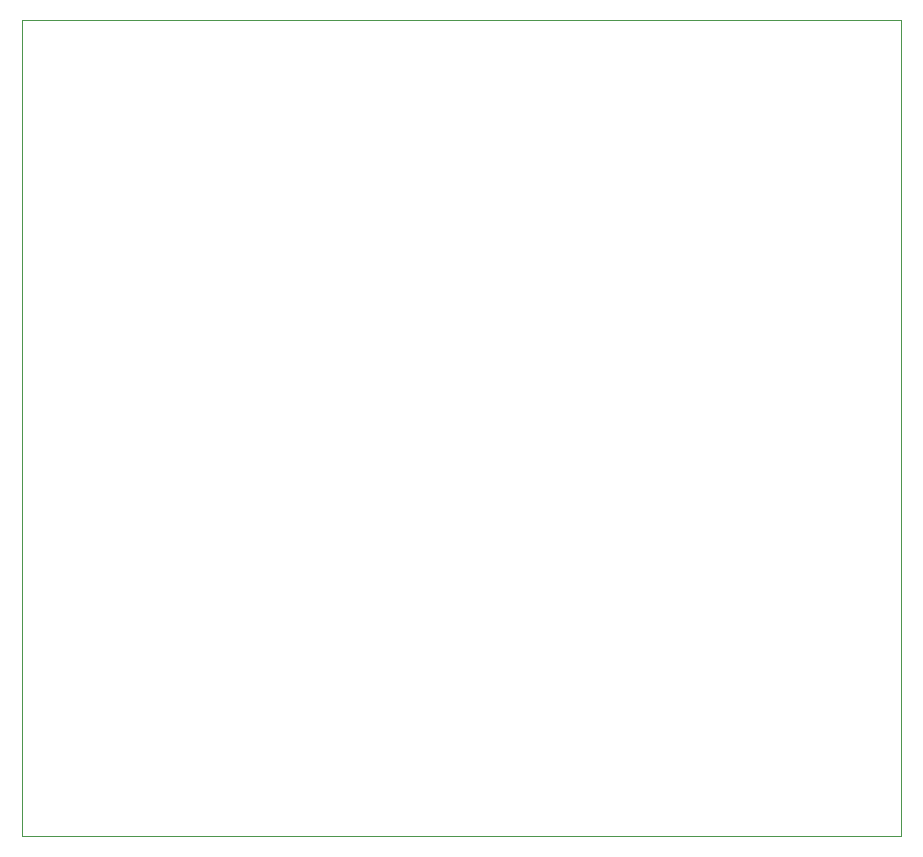
<source format=gbr>
%TF.GenerationSoftware,KiCad,Pcbnew,9.0.1-9.0.1-0~ubuntu24.04.1*%
%TF.CreationDate,2025-04-22T11:37:30+09:00*%
%TF.ProjectId,Scoppy_FrontEnd,53636f70-7079-45f4-9672-6f6e74456e64,rev?*%
%TF.SameCoordinates,Original*%
%TF.FileFunction,Profile,NP*%
%FSLAX46Y46*%
G04 Gerber Fmt 4.6, Leading zero omitted, Abs format (unit mm)*
G04 Created by KiCad (PCBNEW 9.0.1-9.0.1-0~ubuntu24.04.1) date 2025-04-22 11:37:30*
%MOMM*%
%LPD*%
G01*
G04 APERTURE LIST*
%TA.AperFunction,Profile*%
%ADD10C,0.050000*%
%TD*%
G04 APERTURE END LIST*
D10*
X160528000Y-88392000D02*
X160528000Y-157480000D01*
X234950000Y-88392000D02*
X160528000Y-88392000D01*
X234950000Y-157480000D02*
X234950000Y-88392000D01*
X160528000Y-157480000D02*
X234950000Y-157480000D01*
M02*

</source>
